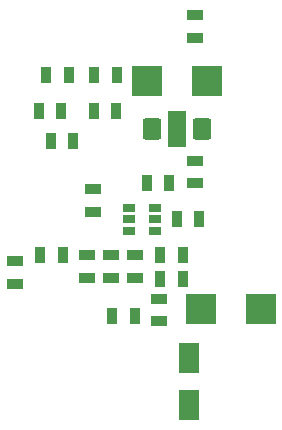
<source format=gbr>
%TF.GenerationSoftware,KiCad,Pcbnew,6.0.11+dfsg-1~bpo11+1*%
%TF.CreationDate,2023-05-28T01:23:12+00:00*%
%TF.ProjectId,SIPM02,5349504d-3032-42e6-9b69-6361645f7063,rev?*%
%TF.SameCoordinates,Original*%
%TF.FileFunction,Paste,Bot*%
%TF.FilePolarity,Positive*%
%FSLAX46Y46*%
G04 Gerber Fmt 4.6, Leading zero omitted, Abs format (unit mm)*
G04 Created by KiCad (PCBNEW 6.0.11+dfsg-1~bpo11+1) date 2023-05-28 01:23:12*
%MOMM*%
%LPD*%
G01*
G04 APERTURE LIST*
G04 Aperture macros list*
%AMRoundRect*
0 Rectangle with rounded corners*
0 $1 Rounding radius*
0 $2 $3 $4 $5 $6 $7 $8 $9 X,Y pos of 4 corners*
0 Add a 4 corners polygon primitive as box body*
4,1,4,$2,$3,$4,$5,$6,$7,$8,$9,$2,$3,0*
0 Add four circle primitives for the rounded corners*
1,1,$1+$1,$2,$3*
1,1,$1+$1,$4,$5*
1,1,$1+$1,$6,$7*
1,1,$1+$1,$8,$9*
0 Add four rect primitives between the rounded corners*
20,1,$1+$1,$2,$3,$4,$5,0*
20,1,$1+$1,$4,$5,$6,$7,0*
20,1,$1+$1,$6,$7,$8,$9,0*
20,1,$1+$1,$8,$9,$2,$3,0*%
%AMOutline4P*
0 Free polygon, 4 corners , with rotation*
0 The origin of the aperture is its center*
0 number of corners: always 4*
0 $1 to $8 corner X, Y*
0 $9 Rotation angle, in degrees counterclockwise*
0 create outline with 4 corners*
4,1,4,$1,$2,$3,$4,$5,$6,$7,$8,$1,$2,$9*%
G04 Aperture macros list end*
%ADD10R,0.889000X1.397000*%
%ADD11R,1.397000X0.889000*%
%ADD12R,1.800000X2.500000*%
%ADD13R,2.550160X2.499360*%
%ADD14RoundRect,0.250000X0.537500X0.650000X-0.537500X0.650000X-0.537500X-0.650000X0.537500X-0.650000X0*%
%ADD15Outline4P,-0.750000X-1.500000X0.750000X-1.500000X0.750000X1.500000X-0.750000X1.500000X180.000000*%
%ADD16RoundRect,0.250425X0.537075X0.649575X-0.537075X0.649575X-0.537075X-0.649575X0.537075X-0.649575X0*%
%ADD17R,1.060000X0.650000*%
G04 APERTURE END LIST*
D10*
%TO.C,C5*%
X13462000Y30480000D03*
X15367000Y30480000D03*
%TD*%
%TO.C,R10*%
X17907000Y21336000D03*
X19812000Y21336000D03*
%TD*%
D11*
%TO.C,R3*%
X18923000Y11557000D03*
X18923000Y9652000D03*
%TD*%
D10*
%TO.C,C4*%
X16891000Y10096500D03*
X14986000Y10096500D03*
%TD*%
D12*
%TO.C,D1*%
X21463000Y6572000D03*
X21463000Y2572000D03*
%TD*%
D10*
%TO.C,C7*%
X19050000Y13208000D03*
X20955000Y13208000D03*
%TD*%
D13*
%TO.C,C3*%
X22494240Y10668000D03*
X27543760Y10668000D03*
%TD*%
D10*
%TO.C,C8*%
X19050000Y15240000D03*
X20955000Y15240000D03*
%TD*%
%TO.C,R2*%
X13398500Y27432000D03*
X15303500Y27432000D03*
%TD*%
%TO.C,C6*%
X10668000Y27432000D03*
X8763000Y27432000D03*
%TD*%
D13*
%TO.C,C1*%
X22956520Y29987240D03*
X17907000Y29987240D03*
%TD*%
D14*
%TO.C,C2*%
X22534500Y25908000D03*
D15*
X20447000Y25908000D03*
D16*
X18359500Y25908000D03*
%TD*%
D10*
%TO.C,C9*%
X11684000Y24892000D03*
X9779000Y24892000D03*
%TD*%
%TO.C,C10*%
X10795000Y15240000D03*
X8890000Y15240000D03*
%TD*%
D11*
%TO.C,R1*%
X21971000Y33655000D03*
X21971000Y35560000D03*
%TD*%
D10*
%TO.C,R4*%
X9398000Y30480000D03*
X11303000Y30480000D03*
%TD*%
D11*
%TO.C,R5*%
X6731000Y12827000D03*
X6731000Y14732000D03*
%TD*%
%TO.C,R6*%
X13335000Y18923000D03*
X13335000Y20828000D03*
%TD*%
%TO.C,R7*%
X14859000Y13335000D03*
X14859000Y15240000D03*
%TD*%
%TO.C,R8*%
X12827000Y15240000D03*
X12827000Y13335000D03*
%TD*%
%TO.C,R9*%
X21971000Y21336000D03*
X21971000Y23241000D03*
%TD*%
D10*
%TO.C,R11*%
X22352000Y18288000D03*
X20447000Y18288000D03*
%TD*%
D11*
%TO.C,R12*%
X16891000Y13335000D03*
X16891000Y15240000D03*
%TD*%
D17*
%TO.C,U2*%
X16383000Y17338000D03*
X16383000Y18288000D03*
X16383000Y19238000D03*
X18583000Y19238000D03*
X18583000Y18288000D03*
X18583000Y17338000D03*
%TD*%
M02*

</source>
